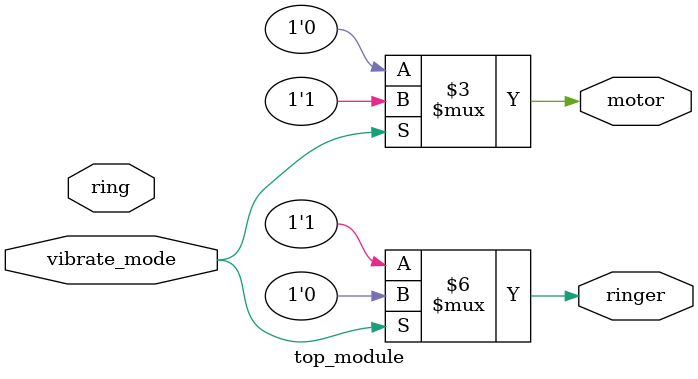
<source format=sv>
module top_module(
	input ring, 
	input vibrate_mode,
	output ringer,
	output motor
);
    
    reg ringer;
    reg motor;
    
    always @(*) begin
        if (vibrate_mode) begin
            ringer <= 0;
            motor <= 1;
        end
        else begin
            ringer <= 1;
            motor <= 0;
        end
    end

endmodule

</source>
